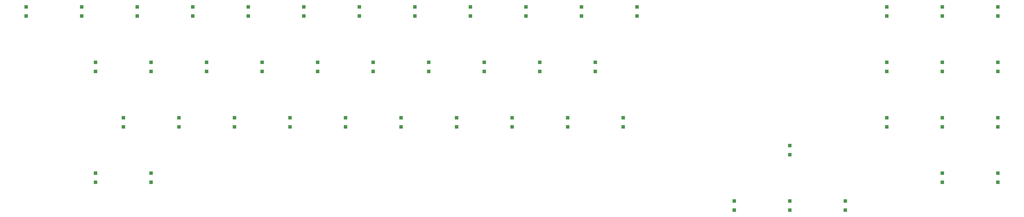
<source format=gbr>
G04 #@! TF.GenerationSoftware,KiCad,Pcbnew,7.0.1*
G04 #@! TF.CreationDate,2023-04-13T21:45:03-07:00*
G04 #@! TF.ProjectId,trashtruck.b,74726173-6874-4727-9563-6b2e622e6b69,rev?*
G04 #@! TF.SameCoordinates,Original*
G04 #@! TF.FileFunction,Paste,Top*
G04 #@! TF.FilePolarity,Positive*
%FSLAX46Y46*%
G04 Gerber Fmt 4.6, Leading zero omitted, Abs format (unit mm)*
G04 Created by KiCad (PCBNEW 7.0.1) date 2023-04-13 21:45:03*
%MOMM*%
%LPD*%
G01*
G04 APERTURE LIST*
%ADD10R,1.200000X1.200000*%
G04 APERTURE END LIST*
D10*
X298815000Y-200845000D03*
X298815000Y-197695000D03*
X317865000Y-200845000D03*
X317865000Y-197695000D03*
X455977500Y-181795000D03*
X455977500Y-178645000D03*
X436927500Y-219895000D03*
X436927500Y-216745000D03*
X160702500Y-181795000D03*
X160702500Y-178645000D03*
X179752500Y-181795000D03*
X179752500Y-178645000D03*
X165465000Y-238945000D03*
X165465000Y-235795000D03*
X184515000Y-200845000D03*
X184515000Y-197695000D03*
X475027500Y-238945000D03*
X475027500Y-235795000D03*
X475027500Y-200845000D03*
X475027500Y-197695000D03*
X236902500Y-181795000D03*
X236902500Y-178645000D03*
X422640000Y-248470000D03*
X422640000Y-245320000D03*
X184515000Y-238945000D03*
X184515000Y-235795000D03*
X351202500Y-181795000D03*
X351202500Y-178645000D03*
X270240000Y-219895000D03*
X270240000Y-216745000D03*
X294052500Y-181795000D03*
X294052500Y-178645000D03*
X336915000Y-200845000D03*
X336915000Y-197695000D03*
X403590000Y-229420000D03*
X403590000Y-226270000D03*
X346440000Y-219895000D03*
X346440000Y-216745000D03*
X222615000Y-200845000D03*
X222615000Y-197695000D03*
X436927500Y-181795000D03*
X436927500Y-178645000D03*
X455977500Y-219895000D03*
X455977500Y-216745000D03*
X308340000Y-219895000D03*
X308340000Y-216745000D03*
X279765000Y-200845000D03*
X279765000Y-197695000D03*
X194040000Y-219895000D03*
X194040000Y-216745000D03*
X232140000Y-219895000D03*
X232140000Y-216745000D03*
X217852500Y-181795000D03*
X217852500Y-178645000D03*
X255952500Y-181795000D03*
X255952500Y-178645000D03*
X455977500Y-200845000D03*
X455977500Y-197695000D03*
X313102500Y-181795000D03*
X313102500Y-178645000D03*
X332152500Y-181795000D03*
X332152500Y-178645000D03*
X475027500Y-219895000D03*
X475027500Y-216745000D03*
X403590000Y-248470000D03*
X403590000Y-245320000D03*
X384540000Y-248470000D03*
X384540000Y-245320000D03*
X327390000Y-219895000D03*
X327390000Y-216745000D03*
X475027500Y-181795000D03*
X475027500Y-178645000D03*
X241665000Y-200845000D03*
X241665000Y-197695000D03*
X251190000Y-219895000D03*
X251190000Y-216745000D03*
X174990000Y-219895000D03*
X174990000Y-216745000D03*
X198802500Y-181795000D03*
X198802500Y-178645000D03*
X213090000Y-219895000D03*
X213090000Y-216745000D03*
X260715000Y-200845000D03*
X260715000Y-197695000D03*
X141652500Y-181795000D03*
X141652500Y-178645000D03*
X436927500Y-200845000D03*
X436927500Y-197695000D03*
X289290000Y-219895000D03*
X289290000Y-216745000D03*
X165465000Y-200845000D03*
X165465000Y-197695000D03*
X203565000Y-200845000D03*
X203565000Y-197695000D03*
X275002500Y-181795000D03*
X275002500Y-178645000D03*
X455977500Y-238945000D03*
X455977500Y-235795000D03*
M02*

</source>
